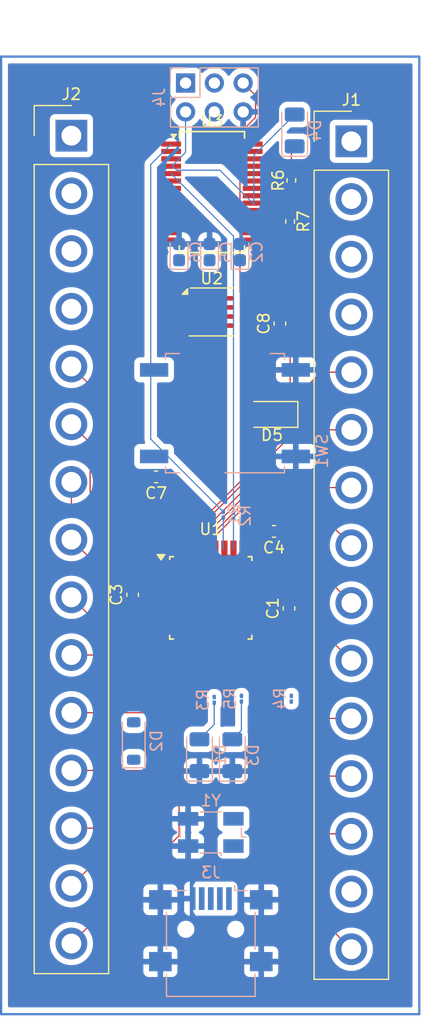
<source format=kicad_pcb>
(kicad_pcb (version 20240108) (generator "pcbnew") (generator_version "8.0")
  (layers (0 "F.Cu" signal) (31 "B.Cu" signal) (34 "B.Paste" user) (35 "F.Paste" user) (36 "B.SilkS" user "B.Silkscreen") (37 "F.SilkS" user "F.Silkscreen") (38 "B.Mask" user) (39 "F.Mask" user) (44 "Edge.Cuts" user))
  (net 0 "")
  (net 1 "Net-(D4-K)")
  (net 2 "Net-(U3-CBUS0)")
  (net 3 "Net-(U3-CBUS1)")
  (net 4 "Net-(D5-K)")
  (net 5 "Net-(U1-PD0)")
  (net 6 "/RX")
  (net 7 "Net-(U1-PD1)")
  (net 8 "/TX")
  (net 9 "Net-(D1-A)")
  (net 10 "/D13")
  (net 11 "VCC")
  (net 12 "/RESET")
  (net 13 "Net-(D3-A)")
  (net 14 "/VIN")
  (net 15 "GND")
  (net 28 "Net-(U3-~{RESET})")
  (net 29 "/3V3")
  (net 31 "/D-")
  (net 32 "/D+")
  (net 33 "/D9")
  (net 34 "/X1")
  (net 35 "/X2")
  (net 36 "/D3")
  (net 37 "/A0")
  (net 38 "/D11")
  (net 39 "/A2")
  (net 40 "/A1")
  (net 41 "/A3")
  (net 42 "/D4")
  (net 43 "/D10")
  (net 44 "/D2")
  (net 45 "Net-(U1-AREF)")
  (net 46 "/D6")
  (net 47 "/A4")
  (net 48 "/D12")
  (net 49 "/A5")
  (net 50 "/D8")
  (net 51 "/A7")
  (net 52 "/D7")
  (net 53 "/A6")
  (net 54 "/D5")
  (net 55 "/VUSB")
  (net 57 "unconnected-(J1-Pin_9-Pad9)")
  (net 58 "unconnected-(J1-Pin_8-Pad8)")
  (net 59 "unconnected-(J1-Pin_13-Pad13)")
  (net 60 "unconnected-(J1-Pin_11-Pad11)")
  (net 62 "unconnected-(J1-Pin_15-Pad15)")
  (net 65 "unconnected-(J1-Pin_10-Pad10)")
  (net 66 "unconnected-(J1-Pin_12-Pad12)")
  (net 68 "unconnected-(J1-Pin_6-Pad6)")
  (net 69 "unconnected-(J1-Pin_5-Pad5)")
  (net 71 "unconnected-(J1-Pin_7-Pad7)")
  (net 72 "unconnected-(J2-Pin_5-Pad5)")
  (net 73 "unconnected-(J2-Pin_9-Pad9)")
  (net 74 "unconnected-(J2-Pin_8-Pad8)")
  (net 75 "unconnected-(J2-Pin_6-Pad6)")
  (net 76 "unconnected-(J2-Pin_13-Pad13)")
  (net 77 "unconnected-(J2-Pin_11-Pad11)")
  (net 80 "unconnected-(J2-Pin_10-Pad10)")
  (net 82 "unconnected-(J2-Pin_7-Pad7)")
  (net 84 "unconnected-(J2-Pin_15-Pad15)")
  (net 85 "unconnected-(J2-Pin_14-Pad14)")
  (net 86 "unconnected-(J2-Pin_12-Pad12)")
  (footprint "Connector_Samtec_HPM_THT:Samtec_HPM-15-01-x-S_Straight_1x15_Pitch5.08mm" (layer "F.Cu") (at 100.7 61.56)
    (property "Reference" "J1" (at 0 -3.65 0) (layer "F.SilkS"))
    (property "Value" "Conn_01x15_Pin")
    (pad "1" thru_hole rect (at 0 0) (size 2.8 2.8) (drill 1.75) (layers "*.Cu" "*.Mask"))
    (pad "2" thru_hole circle (at 0 5.08) (size 2.8 2.8) (drill 1.75) (layers "*.Cu" "*.Mask"))
    (pad "3" thru_hole circle (at 0 10.16) (size 2.8 2.8) (drill 1.75) (layers "*.Cu" "*.Mask"))
    (pad "4" thru_hole circle (at 0 15.24) (size 2.8 2.8) (drill 1.75) (layers "*.Cu" "*.Mask"))
    (pad "5" thru_hole circle (at 0 20.32) (size 2.8 2.8) (drill 1.75) (layers "*.Cu" "*.Mask") (net 69 "unconnected-(J1-Pin_5-Pad5)"))
    (pad "6" thru_hole circle (at 0 25.4) (size 2.8 2.8) (drill 1.75) (layers "*.Cu" "*.Mask") (net 68 "unconnected-(J1-Pin_6-Pad6)"))
    (pad "7" thru_hole circle (at 0 30.48) (size 2.8 2.8) (drill 1.75) (layers "*.Cu" "*.Mask") (net 71 "unconnected-(J1-Pin_7-Pad7)"))
    (pad "8" thru_hole circle (at 0 35.56) (size 2.8 2.8) (drill 1.75) (layers "*.Cu" "*.Mask") (net 58 "unconnected-(J1-Pin_8-Pad8)"))
    (pad "9" thru_hole circle (at 0 40.64) (size 2.8 2.8) (drill 1.75) (layers "*.Cu" "*.Mask") (net 57 "unconnected-(J1-Pin_9-Pad9)"))
    (pad "10" thru_hole circle (at 0 45.72) (size 2.8 2.8) (drill 1.75) (layers "*.Cu" "*.Mask") (net 65 "unconnected-(J1-Pin_10-Pad10)"))
    (pad "11" thru_hole circle (at 0 50.8) (size 2.8 2.8) (drill 1.75) (layers "*.Cu" "*.Mask") (net 60 "unconnected-(J1-Pin_11-Pad11)"))
    (pad "12" thru_hole circle (at 0 55.88) (size 2.8 2.8) (drill 1.75) (layers "*.Cu" "*.Mask") (net 66 "unconnected-(J1-Pin_12-Pad12)"))
    (pad "13" thru_hole circle (at 0 60.96) (size 2.8 2.8) (drill 1.75) (layers "*.Cu" "*.Mask") (net 59 "unconnected-(J1-Pin_13-Pad13)"))
    (pad "14" thru_hole circle (at 0 66.04) (size 2.8 2.8) (drill 1.75) (layers "*.Cu" "*.Mask"))
    (pad "15" thru_hole circle (at 0 71.12) (size 2.8 2.8) (drill 1.75) (layers "*.Cu" "*.Mask") (net 62 "unconnected-(J1-Pin_15-Pad15)"))
  )
  (footprint "Capacitor_SMD:C_0603_1608Metric" (layer "F.Cu") (at 94.4 77.6 90)
    (property "Reference" "C8" (at 0 -1.43 90) (layer "F.SilkS"))
    (property "Value" "100nF")
    (pad "1" smd roundrect (at -0.775 0 90) (size 0.9 0.95) (layers "F.Cu" "F.Paste" "F.Mask") (net 12 "/RESET"))
    (pad "2" smd roundrect (at 0.775 0 90) (size 0.9 0.95) (layers "F.Cu" "F.Paste" "F.Mask") (net 28 "Net-(U3-~{RESET})"))
  )
  (footprint "Connector_Samtec_HPM_THT:Samtec_HPM-15-01-x-S_Straight_1x15_Pitch5.08mm" (layer "F.Cu") (at 76 61.06)
    (property "Reference" "J2" (at 0 -3.65 0) (layer "F.SilkS"))
    (property "Value" "Conn_01x15_Pin")
    (pad "1" thru_hole rect (at 0 0) (size 2.8 2.8) (drill 1.75) (layers "*.Cu" "*.Mask"))
    (pad "2" thru_hole circle (at 0 5.08) (size 2.8 2.8) (drill 1.75) (layers "*.Cu" "*.Mask"))
    (pad "3" thru_hole circle (at 0 10.16) (size 2.8 2.8) (drill 1.75) (layers "*.Cu" "*.Mask"))
    (pad "4" thru_hole circle (at 0 15.24) (size 2.8 2.8) (drill 1.75) (layers "*.Cu" "*.Mask"))
    (pad "5" thru_hole circle (at 0 20.32) (size 2.8 2.8) (drill 1.75) (layers "*.Cu" "*.Mask") (net 72 "unconnected-(J2-Pin_5-Pad5)"))
    (pad "6" thru_hole circle (at 0 25.4) (size 2.8 2.8) (drill 1.75) (layers "*.Cu" "*.Mask") (net 75 "unconnected-(J2-Pin_6-Pad6)"))
    (pad "7" thru_hole circle (at 0 30.48) (size 2.8 2.8) (drill 1.75) (layers "*.Cu" "*.Mask") (net 82 "unconnected-(J2-Pin_7-Pad7)"))
    (pad "8" thru_hole circle (at 0 35.56) (size 2.8 2.8) (drill 1.75) (layers "*.Cu" "*.Mask") (net 74 "unconnected-(J2-Pin_8-Pad8)"))
    (pad "9" thru_hole circle (at 0 40.64) (size 2.8 2.8) (drill 1.75) (layers "*.Cu" "*.Mask") (net 73 "unconnected-(J2-Pin_9-Pad9)"))
    (pad "10" thru_hole circle (at 0 45.72) (size 2.8 2.8) (drill 1.75) (layers "*.Cu" "*.Mask") (net 80 "unconnected-(J2-Pin_10-Pad10)"))
    (pad "11" thru_hole circle (at 0 50.8) (size 2.8 2.8) (drill 1.75) (layers "*.Cu" "*.Mask") (net 77 "unconnected-(J2-Pin_11-Pad11)"))
    (pad "12" thru_hole circle (at 0 55.88) (size 2.8 2.8) (drill 1.75) (layers "*.Cu" "*.Mask") (net 86 "unconnected-(J2-Pin_12-Pad12)"))
    (pad "13" thru_hole circle (at 0 60.96) (size 2.8 2.8) (drill 1.75) (layers "*.Cu" "*.Mask") (net 76 "unconnected-(J2-Pin_13-Pad13)"))
    (pad "14" thru_hole circle (at 0 66.04) (size 2.8 2.8) (drill 1.75) (layers "*.Cu" "*.Mask") (net 85 "unconnected-(J2-Pin_14-Pad14)"))
    (pad "15" thru_hole circle (at 0 71.12) (size 2.8 2.8) (drill 1.75) (layers "*.Cu" "*.Mask") (net 84 "unconnected-(J2-Pin_15-Pad15)"))
  )
  (footprint "Package_SO:SSOP-28_5.3x10.2mm_P0.65mm" (layer "F.Cu") (at 88.4 66.025)
    (property "Reference" "U3" (at 0 -6.25 0) (layer "F.SilkS"))
    (property "Value" "FT232RL")
    (pad "1" smd rect (at -3.6 -4.225) (size 1.75 0.45) (layers "F.Cu" "F.Paste" "F.Mask") (net 6 "/RX"))
    (pad "2" smd rect (at -3.6 -3.575) (size 1.75 0.45) (layers "F.Cu" "F.Paste" "F.Mask"))
    (pad "3" smd rect (at -3.6 -2.925) (size 1.75 0.45) (layers "F.Cu" "F.Paste" "F.Mask"))
    (pad "4" smd rect (at -3.6 -2.275) (size 1.75 0.45) (layers "F.Cu" "F.Paste" "F.Mask") (net 11 "VCC"))
    (pad "5" smd rect (at -3.6 -1.625) (size 1.75 0.45) (layers "F.Cu" "F.Paste" "F.Mask") (net 8 "/TX"))
    (pad "6" smd rect (at -3.6 -0.975) (size 1.75 0.45) (layers "F.Cu" "F.Paste" "F.Mask"))
    (pad "7" smd rect (at -3.6 -0.325) (size 1.75 0.45) (layers "F.Cu" "F.Paste" "F.Mask") (net 15 "GND"))
    (pad "8" smd rect (at -3.6 0.325) (size 1.75 0.45) (layers "F.Cu" "F.Paste" "F.Mask"))
    (pad "9" smd rect (at -3.6 0.975) (size 1.75 0.45) (layers "F.Cu" "F.Paste" "F.Mask"))
    (pad "10" smd rect (at -3.6 1.625) (size 1.75 0.45) (layers "F.Cu" "F.Paste" "F.Mask"))
    (pad "11" smd rect (at -3.6 2.275) (size 1.75 0.45) (layers "F.Cu" "F.Paste" "F.Mask"))
    (pad "12" smd rect (at -3.6 2.925) (size 1.75 0.45) (layers "F.Cu" "F.Paste" "F.Mask"))
    (pad "13" smd rect (at -3.6 3.575) (size 1.75 0.45) (layers "F.Cu" "F.Paste" "F.Mask"))
    (pad "14" smd rect (at -3.6 4.225) (size 1.75 0.45) (layers "F.Cu" "F.Paste" "F.Mask"))
    (pad "15" smd rect (at 3.6 4.225) (size 1.75 0.45) (layers "F.Cu" "F.Paste" "F.Mask") (net 32 "/D+"))
    (pad "16" smd rect (at 3.6 3.575) (size 1.75 0.45) (layers "F.Cu" "F.Paste" "F.Mask") (net 31 "/D-"))
    (pad "17" smd rect (at 3.6 2.925) (size 1.75 0.45) (layers "F.Cu" "F.Paste" "F.Mask") (net 29 "/3V3"))
    (pad "18" smd rect (at 3.6 2.275) (size 1.75 0.45) (layers "F.Cu" "F.Paste" "F.Mask") (net 15 "GND"))
    (pad "19" smd rect (at 3.6 1.625) (size 1.75 0.45) (layers "F.Cu" "F.Paste" "F.Mask") (net 28 "Net-(U3-~{RESET})"))
    (pad "20" smd rect (at 3.6 0.975) (size 1.75 0.45) (layers "F.Cu" "F.Paste" "F.Mask") (net 11 "VCC"))
    (pad "21" smd rect (at 3.6 0.325) (size 1.75 0.45) (layers "F.Cu" "F.Paste" "F.Mask") (net 15 "GND"))
    (pad "22" smd rect (at 3.6 -0.325) (size 1.75 0.45) (layers "F.Cu" "F.Paste" "F.Mask") (net 3 "Net-(U3-CBUS1)"))
    (pad "23" smd rect (at 3.6 -0.975) (size 1.75 0.45) (layers "F.Cu" "F.Paste" "F.Mask") (net 2 "Net-(U3-CBUS0)"))
    (pad "24" smd rect (at 3.6 -1.625) (size 1.75 0.45) (layers "F.Cu" "F.Paste" "F.Mask"))
    (pad "25" smd rect (at 3.6 -2.275) (size 1.75 0.45) (layers "F.Cu" "F.Paste" "F.Mask"))
    (pad "26" smd rect (at 3.6 -2.925) (size 1.75 0.45) (layers "F.Cu" "F.Paste" "F.Mask") (net 15 "GND"))
    (pad "27" smd rect (at 3.6 -3.575) (size 1.75 0.45) (layers "F.Cu" "F.Paste" "F.Mask"))
    (pad "28" smd rect (at 3.6 -4.225) (size 1.75 0.45) (layers "F.Cu" "F.Paste" "F.Mask"))
  )
  (footprint "Capacitor_SMD:C_0603_1608Metric" (layer "F.Cu") (at 81.4 101.475 90)
    (property "Reference" "C3" (at 0 -1.43 90) (layer "F.SilkS"))
    (property "Value" "100nF")
    (pad "1" smd roundrect (at -0.775 0 90) (size 0.9 0.95) (layers "F.Cu" "F.Paste" "F.Mask") (net 45 "Net-(U1-AREF)"))
    (pad "2" smd roundrect (at 0.775 0 90) (size 0.9 0.95) (layers "F.Cu" "F.Paste" "F.Mask") (net 15 "GND"))
  )
  (footprint "Package_QFP:TQFP-32_7x7mm_P0.8mm" (layer "F.Cu") (at 88.3 101.75)
    (property "Reference" "U1" (at 0 -6.05 0) (layer "F.SilkS"))
    (property "Value" "ATmega328-A")
    (pad "1" smd rect (at -4.25 -2.8) (size 1.6 0.55) (layers "F.Cu" "F.Paste" "F.Mask") (net 36 "/D3"))
    (pad "2" smd rect (at -4.25 -2) (size 1.6 0.55) (layers "F.Cu" "F.Paste" "F.Mask") (net 42 "/D4"))
    (pad "3" smd rect (at -4.25 -1.2) (size 1.6 0.55) (layers "F.Cu" "F.Paste" "F.Mask") (net 15 "GND"))
    (pad "4" smd rect (at -4.25 -0.4) (size 1.6 0.55) (layers "F.Cu" "F.Paste" "F.Mask") (net 11 "VCC"))
    (pad "5" smd rect (at -4.25 0.4) (size 1.6 0.55) (layers "F.Cu" "F.Paste" "F.Mask") (net 15 "GND"))
    (pad "6" smd rect (at -4.25 1.2) (size 1.6 0.55) (layers "F.Cu" "F.Paste" "F.Mask") (net 11 "VCC"))
    (pad "7" smd rect (at -4.25 2) (size 1.6 0.55) (layers "F.Cu" "F.Paste" "F.Mask") (net 35 "/X2"))
    (pad "8" smd rect (at -4.25 2.8) (size 1.6 0.55) (layers "F.Cu" "F.Paste" "F.Mask") (net 34 "/X1"))
    (pad "9" smd rect (at -2.8 4.25 90) (size 1.6 0.55) (layers "F.Cu" "F.Paste" "F.Mask") (net 54 "/D5"))
    (pad "10" smd rect (at -2 4.25 90) (size 1.6 0.55) (layers "F.Cu" "F.Paste" "F.Mask") (net 46 "/D6"))
    (pad "11" smd rect (at -1.2 4.25 90) (size 1.6 0.55) (layers "F.Cu" "F.Paste" "F.Mask") (net 52 "/D7"))
    (pad "12" smd rect (at -0.4 4.25 90) (size 1.6 0.55) (layers "F.Cu" "F.Paste" "F.Mask") (net 50 "/D8"))
    (pad "13" smd rect (at 0.4 4.25 90) (size 1.6 0.55) (layers "F.Cu" "F.Paste" "F.Mask") (net 33 "/D9"))
    (pad "14" smd rect (at 1.2 4.25 90) (size 1.6 0.55) (layers "F.Cu" "F.Paste" "F.Mask") (net 43 "/D10"))
    (pad "15" smd rect (at 2 4.25 90) (size 1.6 0.55) (layers "F.Cu" "F.Paste" "F.Mask") (net 38 "/D11"))
    (pad "16" smd rect (at 2.8 4.25 90) (size 1.6 0.55) (layers "F.Cu" "F.Paste" "F.Mask") (net 48 "/D12"))
    (pad "17" smd rect (at 4.25 2.8) (size 1.6 0.55) (layers "F.Cu" "F.Paste" "F.Mask") (net 10 "/D13"))
    (pad "18" smd rect (at 4.25 2) (size 1.6 0.55) (layers "F.Cu" "F.Paste" "F.Mask") (net 11 "VCC"))
    (pad "19" smd rect (at 4.25 1.2) (size 1.6 0.55) (layers "F.Cu" "F.Paste" "F.Mask") (net 53 "/A6"))
    (pad "20" smd rect (at 4.25 0.4) (size 1.6 0.55) (layers "F.Cu" "F.Paste" "F.Mask") (net 45 "Net-(U1-AREF)"))
    (pad "21" smd rect (at 4.25 -0.4) (size 1.6 0.55) (layers "F.Cu" "F.Paste" "F.Mask") (net 15 "GND"))
    (pad "22" smd rect (at 4.25 -1.2) (size 1.6 0.55) (layers "F.Cu" "F.Paste" "F.Mask") (net 51 "/A7"))
    (pad "23" smd rect (at 4.25 -2) (size 1.6 0.55) (layers "F.Cu" "F.Paste" "F.Mask") (net 37 "/A0"))
    (pad "24" smd rect (at 4.25 -2.8) (size 1.6 0.55) (layers "F.Cu" "F.Paste" "F.Mask") (net 40 "/A1"))
    (pad "25" smd rect (at 2.8 -4.25 90) (size 1.6 0.55) (layers "F.Cu" "F.Paste" "F.Mask") (net 39 "/A2"))
    (pad "26" smd rect (at 2 -4.25 90) (size 1.6 0.55) (layers "F.Cu" "F.Paste" "F.Mask") (net 41 "/A3"))
    (pad "27" smd rect (at 1.2 -4.25 90) (size 1.6 0.55) (layers "F.Cu" "F.Paste" "F.Mask") (net 47 "/A4"))
    (pad "28" smd rect (at 0.4 -4.25 90) (size 1.6 0.55) (layers "F.Cu" "F.Paste" "F.Mask") (net 49 "/A5"))
    (pad "29" smd rect (at -0.4 -4.25 90) (size 1.6 0.55) (layers "F.Cu" "F.Paste" "F.Mask") (net 12 "/RESET"))
    (pad "30" smd rect (at -1.2 -4.25 90) (size 1.6 0.55) (layers "F.Cu" "F.Paste" "F.Mask") (net 5 "Net-(U1-PD0)"))
    (pad "31" smd rect (at -2 -4.25 90) (size 1.6 0.55) (layers "F.Cu" "F.Paste" "F.Mask") (net 7 "Net-(U1-PD1)"))
    (pad "32" smd rect (at -2.8 -4.25 90) (size 1.6 0.55) (layers "F.Cu" "F.Paste" "F.Mask") (net 44 "/D2"))
  )
  (footprint "Capacitor_SMD:C_0603_1608Metric" (layer "F.Cu") (at 95.2 102.675 90)
    (property "Reference" "C1" (at 0 -1.43 90) (layer "F.SilkS"))
    (property "Value" "100nF")
    (pad "1" smd roundrect (at -0.775 0 90) (size 0.9 0.95) (layers "F.Cu" "F.Paste" "F.Mask") (net 11 "VCC"))
    (pad "2" smd roundrect (at 0.775 0 90) (size 0.9 0.95) (layers "F.Cu" "F.Paste" "F.Mask") (net 15 "GND"))
  )
  (footprint "Capacitor_SMD:C_0603_1608Metric" (layer "F.Cu") (at 93.875 95.9 180)
    (property "Reference" "C4" (at 0 -1.43 0) (layer "F.SilkS"))
    (property "Value" "100nF")
    (pad "1" smd roundrect (at -0.775 0 180) (size 0.9 0.95) (layers "F.Cu" "F.Paste" "F.Mask") (net 55 "/VUSB"))
    (pad "2" smd roundrect (at 0.775 0 180) (size 0.9 0.95) (layers "F.Cu" "F.Paste" "F.Mask") (net 15 "GND"))
  )
  (footprint "Capacitor_SMD:C_0603_1608Metric" (layer "F.Cu") (at 83.475 91.1 180)
    (property "Reference" "C7" (at 0 -1.43 0) (layer "F.SilkS"))
    (property "Value" "100nF")
    (pad "1" smd roundrect (at -0.775 0 180) (size 0.9 0.95) (layers "F.Cu" "F.Paste" "F.Mask") (net 29 "/3V3"))
    (pad "2" smd roundrect (at 0.775 0 180) (size 0.9 0.95) (layers "F.Cu" "F.Paste" "F.Mask") (net 15 "GND"))
  )
  (footprint "LED_SMD:LED_1206_3216Metric" (layer "F.Cu") (at 93.7 85.6 180)
    (property "Reference" "D5" (at 0 -1.82 0) (layer "F.SilkS"))
    (property "Value" "LED_Small")
    (pad "1" smd roundrect (at -1.4 0 180) (size 1.25 1.75) (layers "F.Cu" "F.Paste" "F.Mask") (roundrect_rratio 0.2) (net 4 "Net-(D5-K)"))
    (pad "2" smd roundrect (at 1.4 0 180) (size 1.25 1.75) (layers "F.Cu" "F.Paste" "F.Mask") (roundrect_rratio 0.2) (net 11 "VCC"))
  )
  (footprint "Resistor_SMD:R_0402_1005Metric" (layer "F.Cu") (at 95.3 68.61 -90)
    (property "Reference" "R7" (at 0 -1.17 90) (layer "F.SilkS"))
    (property "Value" "680E")
    (pad "1" smd roundrect (at -0.51 0 270) (size 0.54 0.64) (layers "F.Cu" "F.Paste" "F.Mask") (net 3 "Net-(U3-CBUS1)"))
    (pad "2" smd roundrect (at 0.51 0 270) (size 0.54 0.64) (layers "F.Cu" "F.Paste" "F.Mask") (net 4 "Net-(D5-K)"))
  )
  (footprint "Package_SON:WSON-8-1EP_4x4mm_P0.8mm_EP2.2x3mm" (layer "F.Cu") (at 88.385 76.58)
    (property "Reference" "U2" (at 0 -2.95 0) (layer "F.SilkS"))
    (property "Value" "LM1117LD-5.0")
    (pad "1" smd roundrect (at -1.65 -1.2) (size 0.65 0.4) (layers "F.Cu" "F.Paste" "F.Mask") (net 15 "GND"))
    (pad "2" smd roundrect (at -1.65 -0.4) (size 0.65 0.4) (layers "F.Cu" "F.Paste" "F.Mask") (net 14 "/VIN"))
    (pad "3" smd roundrect (at -1.65 0.4) (size 0.65 0.4) (layers "F.Cu" "F.Paste" "F.Mask") (net 14 "/VIN"))
    (pad "4" smd roundrect (at -1.65 1.2) (size 0.65 0.4) (layers "F.Cu" "F.Paste" "F.Mask") (net 14 "/VIN"))
    (pad "5" smd roundrect (at 1.65 1.2) (size 0.65 0.4) (layers "F.Cu" "F.Paste" "F.Mask") (net 11 "VCC"))
    (pad "6" smd roundrect (at 1.65 0.4) (size 0.65 0.4) (layers "F.Cu" "F.Paste" "F.Mask") (net 11 "VCC"))
    (pad "7" smd roundrect (at 1.65 -0.4) (size 0.65 0.4) (layers "F.Cu" "F.Paste" "F.Mask") (net 11 "VCC"))
    (pad "8" smd roundrect (at 1.65 -1.2) (size 0.65 0.4) (layers "F.Cu" "F.Paste" "F.Mask"))
    (pad "9" smd rect (at 0 0) (size 2.2 3) (property pad_prop_heatsink) (layers "F.Cu" "F.Mask") (net 11 "VCC"))
  )
  (footprint "Resistor_SMD:R_0402_1005Metric" (layer "F.Cu") (at 95.41 65 90)
    (property "Reference" "R6" (at 0 -1.17 90) (layer "F.SilkS"))
    (property "Value" "680E")
    (pad "1" smd roundrect (at -0.51 0 90) (size 0.54 0.64) (layers "F.Cu" "F.Paste" "F.Mask") (net 2 "Net-(U3-CBUS0)"))
    (pad "2" smd roundrect (at 0.51 0 90) (size 0.54 0.64) (layers "F.Cu" "F.Paste" "F.Mask") (net 1 "Net-(D4-K)"))
  )
  (footprint "Resistor_SMD:R_01005_0402Metric" (layer "B.Cu") (at 89.4 94.425 90)
    (property "Reference" "R1" (at 0 1 90) (layer "B.SilkS") (effects (justify mirror)))
    (property "Value" "1K")
    (pad "1" smd roundrect (at -0.25 0 90) (size 0.4 0.3) (layers "B.Cu" "B.Mask") (net 5 "Net-(U1-PD0)"))
    (pad "2" smd roundrect (at 0.25 0 90) (size 0.4 0.3) (layers "B.Cu" "B.Mask") (net 6 "/RX"))
  )
  (footprint "LED_SMD:LED_1206_3216Metric" (layer "B.Cu") (at 95.7 60.6 90)
    (property "Reference" "D4" (at 0 1.82 90) (layer "B.SilkS") (effects (justify mirror)))
    (property "Value" "LED_Small")
    (pad "1" smd roundrect (at -1.4 0 90) (size 1.25 1.75) (layers "B.Cu" "B.Paste" "B.Mask") (roundrect_rratio 0.2) (net 1 "Net-(D4-K)"))
    (pad "2" smd roundrect (at 1.4 0 90) (size 1.25 1.75) (layers "B.Cu" "B.Paste" "B.Mask") (roundrect_rratio 0.2) (net 11 "VCC"))
  )
  (footprint "Resistor_SMD:R_01005_0402Metric" (layer "B.Cu") (at 88.6 110.725 -90)
    (property "Reference" "R3" (at 0 1 90) (layer "B.SilkS") (effects (justify mirror)))
    (property "Value" "1K")
    (pad "1" smd roundrect (at -0.25 0 270) (size 0.4 0.3) (layers "B.Cu" "B.Mask") (net 10 "/D13"))
    (pad "2" smd roundrect (at 0.25 0 270) (size 0.4 0.3) (layers "B.Cu" "B.Mask") (net 9 "Net-(D1-A)"))
  )
  (footprint "Connector_PinHeader_2.54mm:PinHeader_2x03_P2.54mm_Vertical" (layer "B.Cu") (at 86.075 56.425 -90)
    (property "Reference" "J4" (at 1.27 2.33 90) (layer "B.SilkS") (effects (justify mirror)))
    (property "Value" "Conn_02x03_Odd_Even")
    (pad "1" thru_hole rect (at 0 0 270) (size 1.7 1.7) (drill 1) (layers "*.Cu" "*.Mask") (net 48 "/D12"))
    (pad "2" thru_hole oval (at 2.54 0 270) (size 1.7 1.7) (drill 1) (layers "*.Cu" "*.Mask") (net 11 "VCC"))
    (pad "3" thru_hole oval (at 0 -2.54 270) (size 1.7 1.7) (drill 1) (layers "*.Cu" "*.Mask") (net 10 "/D13"))
    (pad "4" thru_hole oval (at 2.54 -2.54 270) (size 1.7 1.7) (drill 1) (layers "*.Cu" "*.Mask") (net 38 "/D11"))
    (pad "5" thru_hole oval (at 0 -5.08 270) (size 1.7 1.7) (drill 1) (layers "*.Cu" "*.Mask") (net 12 "/RESET"))
    (pad "6" thru_hole oval (at 2.54 -5.08 270) (size 1.7 1.7) (drill 1) (layers "*.Cu" "*.Mask") (net 15 "GND"))
  )
  (footprint "Crystal:Crystal_SMD_Abracon_ABM3B-4Pin_5.0x3.2mm" (layer "B.Cu") (at 88.3 122.4 180)
    (property "Reference" "Y1" (at 0 2.8 0) (layer "B.SilkS") (effects (justify mirror)))
    (property "Value" "Crystal_GND23")
    (pad "1" smd rect (at -2 -1.2 180) (size 1.8 1.2) (layers "B.Cu" "B.Paste" "B.Mask") (net 35 "/X2"))
    (pad "2" smd rect (at 2 -1.2 180) (size 1.8 1.2) (layers "B.Cu" "B.Paste" "B.Mask") (net 15 "GND"))
    (pad "3" smd rect (at 2 1.2 180) (size 1.8 1.2) (layers "B.Cu" "B.Paste" "B.Mask") (net 15 "GND"))
    (pad "4" smd rect (at -2 1.2 180) (size 1.8 1.2) (layers "B.Cu" "B.Paste" "B.Mask") (net 34 "/X1"))
  )
  (footprint "LED_SMD:LED_1206_3216Metric" (layer "B.Cu") (at 87.3 115.6 90)
    (property "Reference" "D1" (at 0 1.82 90) (layer "B.SilkS") (effects (justify mirror)))
    (property "Value" "LED_Small" (hide yes))
    (pad "1" smd roundrect (at -1.4 0 90) (size 1.25 1.75) (layers "B.Cu" "B.Paste" "B.Mask") (roundrect_rratio 0.2) (net 15 "GND"))
    (pad "2" smd roundrect (at 1.4 0 90) (size 1.25 1.75) (layers "B.Cu" "B.Paste" "B.Mask") (roundrect_rratio 0.2) (net 9 "Net-(D1-A)"))
  )
  (footprint "Button_Switch_SMD:SW_MEC_5GSH9" (layer "B.Cu") (at 89.55 85.49 90)
    (property "Reference" "SW1" (at -3.325 8.575 90) (layer "B.SilkS") (effects (justify mirror)))
    (property "Value" "SW_Push_Dual")
    (pad "1" smd rect (at -3.81 6.25) (size 2.5 1.2) (layers "B.Cu" "B.Paste" "B.Mask") (net 15 "GND"))
    (pad "2" smd rect (at -3.81 -6.25) (size 2.5 1.2) (layers "B.Cu" "B.Paste" "B.Mask") (net 12 "/RESET"))
    (pad "3" smd rect (at 3.81 6.25) (size 2.5 1.2) (layers "B.Cu" "B.Paste" "B.Mask") (net 15 "GND"))
    (pad "4" smd rect (at 3.81 -6.25) (size 2.5 1.2) (layers "B.Cu" "B.Paste" "B.Mask") (net 12 "/RESET"))
  )
  (footprint "Resistor_SMD:R_01005_0402Metric" (layer "B.Cu") (at 95.4 110.625 -90)
    (property "Reference" "R4" (at 0 1 90) (layer "B.SilkS") (effects (justify mirror)))
    (property "Value" "1K")
    (pad "1" smd roundrect (at -0.25 0 270) (size 0.4 0.3) (layers "B.Cu" "B.Mask") (net 11 "VCC"))
    (pad "2" smd roundrect (at 0.25 0 270) (size 0.4 0.3) (layers "B.Cu" "B.Mask") (net 12 "/RESET"))
  )
  (footprint "Capacitor_Tantalum_SMD:CP_EIA-1608-08_AVX-J" (layer "B.Cu") (at 90.88 71.3125 90)
    (property "Reference" "C2" (at 0 1.48 90) (layer "B.SilkS") (effects (justify mirror)))
    (property "Value" "4.7u")
    (pad "1" smd roundrect (at -0.7125 0 90) (size 1.075 1.05) (layers "B.Cu" "B.Paste" "B.Mask") (roundrect_rratio 0.238095) (net 11 "VCC"))
    (pad "2" smd roundrect (at 0.7125 0 90) (size 1.075 1.05) (layers "B.Cu" "B.Paste" "B.Mask") (roundrect_rratio 0.238095) (net 15 "GND"))
  )
  (footprint "Connector_USB:USB_Mini-B_Lumberg_2486_01_Horizontal" (layer "B.Cu") (at 88.3 130.925 180)
    (property "Reference" "J3" (at 0 5 0) (layer "B.SilkS") (effects (justify mirror)))
    (property "Value" "USB_B_Mini")
    (pad "" np_thru_hole circle (at -2.2 0 180) (size 1 1) (drill 1) (layers "*.Cu" "*.Mask"))
    (pad "" np_thru_hole circle (at 2.2 0 180) (size 1 1) (drill 1) (layers "*.Cu" "*.Mask"))
    (pad "1" smd rect (at -1.6 2.7 180) (size 0.5 2) (layers "B.Cu" "B.Paste" "B.Mask") (net 55 "/VUSB"))
    (pad "2" smd rect (at -0.8 2.7 180) (size 0.5 2) (layers "B.Cu" "B.Paste" "B.Mask") (net 31 "/D-"))
    (pad "3" smd rect (at 0 2.7 180) (size 0.5 2) (layers "B.Cu" "B.Paste" "B.Mask") (net 32 "/D+"))
    (pad "4" smd rect (at 0.8 2.7 180) (size 0.5 2) (layers "B.Cu" "B.Paste" "B.Mask"))
    (pad "5" smd rect (at 1.6 2.7 180) (size 0.5 2) (layers "B.Cu" "B.Paste" "B.Mask") (net 15 "GND"))
    (pad "6" smd rect (at -4.45 -2.85 180) (size 2 1.7) (layers "B.Cu" "B.Paste" "B.Mask") (net 15 "GND"))
    (pad "6" smd rect (at -4.45 2.6 180) (size 2 1.7) (layers "B.Cu" "B.Paste" "B.Mask") (net 15 "GND"))
    (pad "6" smd rect (at 4.45 -2.85 180) (size 2 1.7) (layers "B.Cu" "B.Paste" "B.Mask") (net 15 "GND"))
    (pad "6" smd rect (at 4.45 2.6 180) (size 2 1.7) (layers "B.Cu" "B.Paste" "B.Mask") (net 15 "GND"))
  )
  (footprint "Resistor_SMD:R_01005_0402Metric" (layer "B.Cu") (at 90.3 94.525 90)
    (property "Reference" "R2" (at 0 1 90) (layer "B.SilkS") (effects (justify mirror)))
    (property "Value" "1K")
    (pad "1" smd roundrect (at -0.25 0 90) (size 0.4 0.3) (layers "B.Cu" "B.Mask") (net 7 "Net-(U1-PD1)"))
    (pad "2" smd roundrect (at 0.25 0 90) (size 0.4 0.3) (layers "B.Cu" "B.Mask") (net 8 "/TX"))
  )
  (footprint "Capacitor_Tantalum_SMD:CP_EIA-1608-08_AVX-J" (layer "B.Cu") (at 85.5 71.3125 90)
    (property "Reference" "C6" (at 0 1.48 90) (layer "B.SilkS") (effects (justify mirror)))
    (property "Value" "4.7u")
    (pad "1" smd roundrect (at -0.7125 0 90) (size 1.075 1.05) (layers "B.Cu" "B.Paste" "B.Mask") (roundrect_rratio 0.238095) (net 11 "VCC"))
    (pad "2" smd roundrect (at 0.7125 0 90) (size 1.075 1.05) (layers "B.Cu" "B.Paste" "B.Mask") (roundrect_rratio 0.238095) (net 15 "GND"))
  )
  (footprint "Diode_SMD:D_SOD-123" (layer "B.Cu") (at 81.5 114.35 90)
    (property "Reference" "D2" (at 0 2 90) (layer "B.SilkS") (effects (justify mirror)))
    (property "Value" "MBR0520LT")
    (pad "1" smd roundrect (at -1.65 0 90) (size 0.9 1.2) (layers "B.Cu" "B.Paste" "B.Mask") (net 11 "VCC"))
    (pad "2" smd roundrect (at 1.65 0 90) (size 0.9 1.2) (layers "B.Cu" "B.Paste" "B.Mask") (net 55 "/VUSB"))
  )
  (footprint "Capacitor_Tantalum_SMD:CP_EIA-1608-08_AVX-J" (layer "B.Cu") (at 88.19 71.3125 90)
    (property "Reference" "C5" (at 0 1.48 90) (layer "B.SilkS") (effects (justify mirror)))
    (property "Value" "4.7u")
    (pad "1" smd roundrect (at -0.7125 0 90) (size 1.075 1.05) (layers "B.Cu" "B.Paste" "B.Mask") (roundrect_rratio 0.238095) (net 55 "/VUSB"))
    (pad "2" smd roundrect (at 0.7125 0 90) (size 1.075 1.05) (layers "B.Cu" "B.Paste" "B.Mask") (roundrect_rratio 0.238095) (net 15 "GND"))
  )
  (footprint "LED_SMD:LED_1206_3216Metric" (layer "B.Cu") (at 90.2 115.6 90)
    (property "Reference" "D3" (at 0 1.82 90) (layer "B.SilkS") (effects (justify mirror)))
    (property "Value" "LED_Small")
    (pad "1" smd roundrect (at -1.4 0 90) (size 1.25 1.75) (layers "B.Cu" "B.Paste" "B.Mask") (roundrect_rratio 0.2) (net 15 "GND"))
    (pad "2" smd roundrect (at 1.4 0 90) (size 1.25 1.75) (layers "B.Cu" "B.Paste" "B.Mask") (roundrect_rratio 0.2) (net 13 "Net-(D3-A)"))
  )
  (footprint "Resistor_SMD:R_01005_0402Metric" (layer "B.Cu") (at 91 110.625 -90)
    (property "Reference" "R5" (at 0 1 90) (layer "B.SilkS") (effects (justify mirror)))
    (property "Value" "1K")
    (pad "1" smd roundrect (at -0.25 0 270) (size 0.4 0.3) (layers "B.Cu" "B.Mask") (net 11 "VCC"))
    (pad "2" smd roundrect (at 0.25 0 270) (size 0.4 0.3) (layers "B.Cu" "B.Mask") (net 13 "Net-(D3-A)"))
  )
  (gr_rect (start 69.8 54.1) (end 106.7 138.4) (stroke (width 0.2)) (fill none) (layer "B.Cu"))
  (segment (start 95.41 62.19) (end 95.6 62) (width 0.1) (layer "F.Cu") (net 1))
  (segment (start 95.41 64.49) (end 95.41 62.19) (width 0.1) (layer "F.Cu") (net 1))
  (segment (start 94.85 65.05) (end 95.31 65.51) (width 0.1) (layer "F.Cu") (net 2))
  (segment (start 94.85 65.05) (end 92 65.05) (width 0.1) (layer "F.Cu") (net 2))
  (segment (start 95.31 65.51) (end 95.41 65.51) (width 0.1) (layer "F.Cu") (net 2))
  (segment (start 95.3 68.1) (end 92.9 65.7) (width 0.1) (layer "F.Cu") (net 3))
  (segment (start 92.9 65.7) (end 92 65.7) (width 0.1) (layer "F.Cu") (net 3))
  (segment (start 95.3 85.4) (end 95.3 69.12) (width 0.1) (layer "F.Cu") (net 4))
  (segment (start 95.1 85.6) (end 95.3 85.4) (width 0.1) (layer "F.Cu") (net 4))
  (segment (start 89.4 94.675) (end 89.4 97.4) (width 0.1) (layer "B.Cu") (net 5))
  (segment (start 89.4 97.4) (end 89.5 97.5) (width 0.1) (layer "B.Cu") (net 5))
  (segment (start 83 63.6) (end 84.8 61.8) (width 0.1) (layer "B.Cu") (net 6))
  (segment (start 83 87.775) (end 83 63.6) (width 0.1) (layer "B.Cu") (net 6))
  (segment (start 89.4 94.175) (end 83 87.775) (width 0.1) (layer "B.Cu") (net 6))
  (segment (start 90.3 94.775) (end 90.3 97.5) (width 0.1) (layer "B.Cu") (net 7))
  (segment (start 90.3 94.275) (end 90.3 69.9) (width 0.1) (layer "B.Cu") (net 8))
  (segment (start 90.3 69.9) (end 84.8 64.4) (width 0.1) (layer "B.Cu") (net 8))
  (segment (start 88.6 112.9) (end 87.3 114.2) (width 0.1) (layer "B.Cu") (net 9))
  (segment (start 88.6 110.975) (end 88.6 112.9) (width 0.1) (layer "B.Cu") (net 9))
  (segment (start 95.2 103.45) (end 95.2 102.8) (width 0.1) (layer "F.Cu") (net 11))
  (segment (start 92.7 102.8) (end 92.6 102.9) (width 0.1) (layer "F.Cu") (net 11))
  (segment (start 95.2 102.8) (end 94.2 102.8) (width 0.1) (layer "F.Cu") (net 11))
  (segment (start 94.2 102.8) (end 92.7 102.8) (width 0.1) (layer "F.Cu") (net 11))
  (segment (start 95.7 59.2) (end 92.1 62.8) (width 0.1) (layer "B.Cu") (net 11))
  (segment (start 84.9 63.7) (end 86.075 62.525) (width 0.1) (layer "B.Cu") (net 11))
  (segment (start 85.3 64.1) (end 84.9 63.7) (width 0.1) (layer "B.Cu") (net 11))
  (segment (start 92.1 62.8) (end 92.1 67.1) (width 0.1) (layer "B.Cu") (net 11))
  (segment (start 89.1 64.1) (end 85.3 64.1) (width 0.1) (layer "B.Cu") (net 11))
  (segment (start 86.075 62.525) (end 86.075 58.965) (width 0.1) (layer "B.Cu") (net 11))
  (segment (start 92.1 67.1) (end 89.1 64.1) (width 0.1) (layer "B.Cu") (net 11))
  (segment (start 90.875 74.85) (end 90.875 60.825) (width 0.1) (layer "F.Cu") (net 12))
  (segment (start 92.255 59.445) (end 92.255 57.525) (width 0.1) (layer "F.Cu") (net 12))
  (segment (start 90.875 60.825) (end 92.255 59.445) (width 0.1) (layer "F.Cu") (net 12))
  (segment (start 94.4 78.375) (end 90.875 74.85) (width 0.1) (layer "F.Cu") (net 12))
  (segment (start 92.255 57.525) (end 91.155 56.425) (width 0.1) (layer "F.Cu") (net 12))
  (segment (start 91 110.875) (end 91 113.4) (width 0.1) (layer "B.Cu") (net 13))
  (segment (start 91 113.4) (end 90.2 114.2) (width 0.1) (layer "B.Cu") (net 13))
  (segment (start 95.2 101.9) (end 92.8 101.9) (width 0.1) (layer "F.Cu") (net 15))
  (segment (start 92.8 101.9) (end 92.5 102.2) (width 0.1) (layer "F.Cu") (net 15))
  (segment (start 94.4 76.825) (end 94.4 69.075) (width 0.1) (layer "F.Cu") (net 28))
  (segment (start 92.975 67.65) (end 92 67.65) (width 0.1) (layer "F.Cu") (net 28))
  (segment (start 94.4 69.075) (end 92.975 67.65) (width 0.1) (layer "F.Cu") (net 28))
  (segment (start 91.117677 93.458059) (end 91.087868 93.487868) (width 0.1) (layer "F.Cu") (net 57))
  (segment (start 91.087868 93.487868) (end 87.787868 96.787868) (width 0.1) (layer "F.Cu") (net 57))
  (segment (start 97.1 98.6) (end 97.1 93) (width 0.1) (layer "F.Cu") (net 57))
  (segment (start 87.1 97.475736) (end 87.1 97.5) (width 0.1) (layer "F.Cu") (net 57))
  (segment (start 97.1 93) (end 91.475736 93) (width 0.1) (layer "F.Cu") (net 57))
  (segment (start 91.475736 93) (end 91.237868 93.237868) (width 0.1) (layer "F.Cu") (net 57))
  (segment (start 91.237868 93.237868) (end 91.237868 93.337868) (width 0.1) (layer "F.Cu") (net 57))
  (segment (start 91.237868 93.337868) (end 91.087868 93.487868) (width 0.1) (layer "F.Cu") (net 57))
  (segment (start 87.787868 96.787868) (end 87.1 97.475736) (width 0.1) (layer "F.Cu") (net 57))
  (segment (start 100.7 102.2) (end 97.1 98.6) (width 0.1) (layer "F.Cu") (net 57))
  (segment (start 86.8 97.5) (end 86.4 97.5) (width 0.1) (layer "F.Cu") (net 58))
  (segment (start 91.351472 92.7) (end 86.8 97.251472) (width 0.1) (layer "F.Cu") (net 58))
  (segment (start 86.8 97.251472) (end 86.8 97.5) (width 0.1) (layer "F.Cu") (net 58))
  (segment (start 97.4 93.82) (end 97.4 92.875736) (width 0.1) (layer "F.Cu") (net 58))
  (segment (start 100.7 97.12) (end 97.4 93.82) (width 0.1) (layer "F.Cu") (net 58))
  (segment (start 97.224264 92.7) (end 91.351472 92.7) (width 0.1) (layer "F.Cu") (net 58))
  (segment (start 97.4 92.875736) (end 97.224264 92.7) (width 0.1) (layer "F.Cu") (net 58))
  (segment (start 91.412132 105.43934) (end 91.412132 107.987868) (width 0.1) (layer "F.Cu") (net 59))
  (segment (start 89.272792 103.3) (end 91.412132 105.43934) (width 0.1) (layer "F.Cu") (net 59))
  (segment (start 91.412132 107.987868) (end 92.5 109.075736) (width 0.1) (layer "F.Cu") (net 59))
  (segment (start 83.052132 102.247868) (end 83.2 102.1) (width 0.1) (layer "F.Cu") (net 59))
  (segment (start 84.9 103.3) (end 89.272792 103.3) (width 0.1) (layer "F.Cu") (net 59))
  (segment (start 83.104264 103.3) (end 83.052132 103.247868) (width 0.1) (layer "F.Cu") (net 59))
  (segment (start 92.5 109.075736) (end 92.5 122.3) (width 0.1) (layer "F.Cu") (net 59))
  (segment (start 92.72 122.52) (end 100.7 122.52) (width 0.1) (layer "F.Cu") (net 59))
  (segment (start 83.3 102.2) (end 84 102.2) (width 0.1) (layer "F.Cu") (net 59))
  (segment (start 83.2 102.1) (end 83.3 102.2) (width 0.1) (layer "F.Cu") (net 59))
  (segment (start 83.052132 103.247868) (end 83.052132 102.247868) (width 0.1) (layer "F.Cu") (net 59))
  (segment (start 92.5 122.3) (end 92.72 122.52) (width 0.1) (layer "F.Cu") (net 59))
  (segment (start 84.9 103.3) (end 83.104264 103.3) (width 0.1) (layer "F.Cu") (net 59))
  (segment (start 85.5 100.975736) (end 84.824264 100.3) (width 0.1) (layer "F.Cu") (net 60))
  (segment (start 84.075736 101) (end 84.6 101) (width 0.1) (layer "F.Cu") (net 60))
  (segment (start 89.52132 102.7) (end 85.5 102.7) (width 0.1) (layer "F.Cu") (net 60))
  (segment (start 84.824264 100.3) (end 83.975736 100.3) (width 0.1) (layer "F.Cu") (net 60))
  (segment (start 89.61066 102.78934) (end 89.52132 102.7) (width 0.1) (layer "F.Cu") (net 60))
  (segment (start 84.9 101.3) (end 84.9 103) (width 0.1) (layer "F.Cu") (net 60))
  (segment (start 92.186396 107.913604) (end 92.186396 105.365076) (width 0.1) (layer "F.Cu") (net 60))
  (segment (start 83.8 100.724264) (end 84.075736 101) (width 0.1) (layer "F.Cu") (net 60))
  (segment (start 92.186396 105.365076) (end 89.61066 102.78934) (width 0.1) (layer "F.Cu") (net 60))
  (segment (start 83.975736 100.3) (end 83.8 100.475736) (width 0.1) (layer "F.Cu") (net 60))
  (segment (start 93.15 108.877208) (end 92.186396 107.913604) (width 0.1) (layer "F.Cu") (net 60))
  (segment (start 93.15 112.25) (end 93.1 112.2) (width 0.1) (layer "F.Cu") (net 60))
  (segment (start 83.8 100.475736) (end 83.8 100.724264) (width 0.1) (layer "F.Cu") (net 60))
  (segment (start 93.26 112.36) (end 93.15 112.25) (width 0.1) (layer "F.Cu") (net 60))
  (segment (start 93.15 112.25) (end 93.15 108.877208) (width 0.1) (layer "F.Cu") (net 60))
  (segment (start 85.5 102.7) (end 85.5 100.975736) (width 0.1) (layer "F.Cu") (net 60))
  (segment (start 84.6 101) (end 84.9 101.3) (width 0.1) (layer "F.Cu") (net 60))
  (segment (start 100.7 112.36) (end 93.26 112.36) (width 0.1) (layer "F.Cu") (net 60))
  (segment (start 84.9 103) (end 84.1 103) (width 0.1) (layer "F.Cu") (net 60))
  (segment (start 92.2 124.18) (end 92.2 109.2) (width 0.1) (layer "F.Cu") (net 62))
  (segment (start 100.7 132.68) (end 92.2 124.18) (width 0.1) (layer "F.Cu") (net 62))
  (segment (start 89.9 105.2) (end 88.9 104.2) (width 0.1) (layer "F.Cu") (net 62))
  (segment (start 84.4 104.2) (end 84 104.6) (width 0.1) (layer "F.Cu") (net 62))
  (segment (start 89.9 106.9) (end 89.9 105.2) (width 0.1) (layer "F.Cu") (net 62))
  (segment (start 88.9 104.2) (end 84.4 104.2) (width 0.1) (layer "F.Cu") (net 62))
  (segment (start 92.2 109.2) (end 89.9 106.9) (width 0.1) (layer "F.Cu") (net 62))
  (segment (start 91.6 93.4) (end 91.6 93.3) (width 0.1) (layer "F.Cu") (net 65))
  (segment (start 91.6 93.3) (end 96.5 93.3) (width 0.1) (layer "F.Cu") (net 65))
  (segment (start 96.7 93.5) (end 96.7 103.28) (width 0.1) (layer "F.Cu") (net 65))
  (segment (start 96.5 93.3) (end 96.7 93.5) (width 0.1) (layer "F.Cu") (net 65))
  (segment (start 96.7 103.28) (end 100.7 107.28) (width 0.1) (layer "F.Cu") (net 65))
  (segment (start 87.9 97.5) (end 87.9 97.1) (width 0.1) (layer "F.Cu") (net 65))
  (segment (start 87.9 97.1) (end 91.6 93.4) (width 0.1) (layer "F.Cu") (net 65))
  (segment (start 84.1 100.6) (end 84.5 100.6) (width 0.1) (layer "F.Cu") (net 66))
  (segment (start 92.8 108.951472) (end 92.8 116.8) (width 0.1) (layer "F.Cu") (net 66))
  (segment (start 85.2 101.1) (end 85.2 103) (width 0.1) (layer "F.Cu") (net 66))
  (segment (start 91.874264 105.477208) (end 91.874264 108.025736) (width 0.1) (layer "F.Cu") (net 66))
  (segment (start 89.397056 103) (end 91.874264 105.477208) (width 0.1) (layer "F.Cu") (net 66))
  (segment (start 93.44 117.44) (end 100.7 117.44) (width 0.1) (layer "F.Cu") (net 66))
  (segment (start 85.2 103) (end 89.397056 103) (width 0.1) (layer "F.Cu") (net 66))
  (segment (start 84.5 100.6) (end 84.6 100.7) (width 0.1) (layer "F.Cu") (net 66))
  (segment (start 92.8 116.8) (end 93.44 117.44) (width 0.1) (layer "F.Cu") (net 66))
  (segment (start 91.874264 108.025736) (end 92.8 108.951472) (width 0.1) (layer "F.Cu") (net 66))
  (segment (start 84.6 100.7) (end 84.8 100.7) (width 0.1) (layer "F.Cu") (net 66))
  (segment (start 84.8 100.7) (end 85.2 101.1) (width 0.1) (layer "F.Cu") (net 66))
  (segment (start 95.878298 86.96) (end 100.7 86.96) (width 0.1) (layer "F.Cu") (net 68))
  (segment (start 85.951472 95.8) (end 87.038298 95.8) (width 0.1) (layer "F.Cu") (net 68))
  (segment (start 87.038298 95.8) (end 95.878298 86.96) (width 0.1) (layer "F.Cu") (net 68))
  (segment (start 96 83.9) (end 96 86.414034) (width 0.1) (layer "F.Cu") (net 69))
  (segment (start 98.02 81.88) (end 96 83.9) (width 0.1) (layer "F.Cu") (net 69))
  (segment (start 100.7 81.88) (end 98.02 81.88) (width 0.1) (layer "F.Cu") (net 69))
  (segment (start 86.914034 95.5) (end 85.827208 95.5) (width 0.1) (layer "F.Cu") (net 69))
  (segment (start 96 86.414034) (end 86.914034 95.5) (width 0.1) (layer "F.Cu") (net 69))
  (segment (start 86 97.6) (end 85.6 97.6) (width 0.1) (layer "F.Cu") (net 71))
  (segment (start 85.6 97.6) (end 85.5 97.5) (width 0.1) (layer "F.Cu") (net 71))
  (segment (start 91.435736 92.04) (end 86.1 97.375736) (width 0.1) (layer "F.Cu") (net 71))
  (segment (start 86.1 97.375736) (end 86.1 97.5) (width 0.1) (layer "F.Cu") (net 71))
  (segment (start 100.7 92.04) (end 91.435736 92.04) (width 0.1) (layer "F.Cu") (net 71))
  (segment (start 86.1 97.5) (end 86 97.6) (width 0.1) (layer "F.Cu") (net 71))
  (segment (start 91 97.6) (end 91.1 97.5) (width 0.1) (layer "F.Cu") (net 72))
  (segment (start 77.95 83.33) (end 77.95 94.725736) (width 0.1) (layer "F.Cu") (net 72))
  (segment (start 83 98.5) (end 84.6 98.5) (width 0.1) (layer "F.Cu") (net 72))
  (segment (start 91 99) (end 91 97.6) (width 0.1) (layer "F.Cu") (net 72))
  (segment (start 77.95 94.725736) (end 82.2 98.975736) (width 0.1) (layer "F.Cu") (net 72))
  (segment (start 82.875736 98.5) (end 83.1 98.5) (width 0.1) (layer "F.Cu") (net 72))
  (segment (start 82.2 98.975736) (end 82.2 99.175736) (width 0.1) (layer "F.Cu") (net 72))
  (segment (start 83.1 98.5) (end 83.2 98.5) (width 0.1) (layer "F.Cu") (net 72))
  (segment (start 84.6 98.5) (end 85.1 99) (width 0.1) (layer "F.Cu") (net 72))
  (segment (start 83.1 98.5) (end 83 98.5) (width 0.1) (layer "F.Cu") (net 72))
  (segment (start 85.1 99) (end 91 99) (width 0.1) (layer "F.Cu") (net 72))
  (segment (start 82.2 99.175736) (end 82.875736 98.5) (width 0.1) (layer "F.Cu") (net 72))
  (segment (start 76 81.38) (end 77.95 83.33) (width 0.1) (layer "F.Cu") (net 72))
  (segment (start 83.2 104.2) (end 83.5 103.9) (width 0.1) (layer "F.Cu") (net 73))
  (segment (start 90.4 105.275736) (end 90.4 106.1) (width 0.1) (layer "F.Cu") (net 73))
  (segment (start 80.8 104.6) (end 82.7 104.6) (width 0.1) (layer "F.Cu") (net 73))
  (segment (start 78.9 104.6) (end 80.8 104.6) (width 0.1) (layer "F.Cu") (net 73))
  (segment (start 82.7 104.6) (end 83.1 104.2) (width 0.1) (layer "F.Cu") (net 73))
  (segment (start 83.5 103.9) (end 89.024264 103.9) (width 0.1) (layer "F.Cu") (net 73))
  (segment (start 83.1 104.2) (end 83.2 104.2) (width 0.1) (layer "F.Cu") (net 73))
  (segment (start 89.024264 103.9) (end 90.4 105.275736) (width 0.1) (layer "F.Cu") (net 73))
  (segment (start 76 101.7) (end 78.9 104.6) (width 0.1) (layer "F.Cu") (net 73))
  (segment (start 76 96.62) (end 82.98 103.6) (width 0.1) (layer "F.Cu") (net 74))
  (segment (start 84.8 103.6) (end 89.148528 103.6) (width 0.1) (layer "F.Cu") (net 74))
  (segment (start 89.148528 103.6) (end 91.1 105.551472) (width 0.1) (layer "F.Cu") (net 74))
  (segment (start 82.98 103.6) (end 84.8 103.6) (width 0.1) (layer "F.Cu") (net 74))
  (segment (start 91.1 105.551472) (end 91.1 106) (width 0.1) (layer "F.Cu") (net 74))
  (segment (start 77.612132 95.087868) (end 77.65 95.05) (width 0.1) (layer "F.Cu") (net 75))
  (segment (start 82.2 99.6) (end 77.687868 95.087868) (width 0.1) (layer "F.Cu") (net 75))
  (segment (start 91.7 99.7) (end 92.4 99) (width 0.1) (layer "F.Cu") (net 75))
  (segment (start 85.8 99.7) (end 91.7 99.7) (width 0.1) (layer "F.Cu") (net 75))
  (segment (start 85.55 99.45) (end 85.8 99.7) (width 0.1) (layer "F.Cu") (net 75))
  (segment (start 82.35 99.45) (end 85.55 99.45) (width 0.1) (layer "F.Cu") (net 75))
  (segment (start 77.687868 95.087868) (end 77.612132 95.087868) (width 0.1) (layer "F.Cu") (net 75))
  (segment (start 82.35 99.45) (end 82.2 99.6) (width 0.1) (layer "F.Cu") (net 75))
  (segment (start 92.4 99) (end 92.5 99) (width 0.1) (layer "F.Cu") (net 75))
  (segment (start 77.65 95.05) (end 77.65 88.11) (width 0.1) (layer "F.Cu") (net 75))
  (segment (start 77.65 88.11) (end 76 86.46) (width 0.1) (layer "F.Cu") (net 75))
  (segment (start 83 119.4) (end 84.9 117.5) (width 0.1) (layer "F.Cu") (net 76))
  (segment (start 86.4 105.4) (end 87.1 106.1) (width 0.1) (layer "F.Cu") (net 76))
  (segment (start 85.175736 105.4) (end 86.4 105.4) (width 0.1) (layer "F.Cu") (net 76))
  (segment (start 84.9 105.675736) (end 85.175736 105.4) (width 0.1) (layer "F.Cu") (net 76))
  (segment (start 84.9 117.5) (end 84.9 107.4) (width 0.1) (layer "F.Cu") (net 76))
  (segment (start 76 122.02) (end 80.38 122.02) (width 0.1) (layer "F.Cu") (net 76))
  (segment (start 84.9 107.4) (end 84.9 105.675736) (width 0.1) (layer "F.Cu") (net 76))
  (segment (start 80.38 122.02) (end 83 119.4) (width 0.1) (layer "F.Cu") (net 76))
  (segment (start 84.16 111.86) (end 84.3 112) (width 0.1) (layer "F.Cu") (net 77))
  (segment (start 87.6 104.8) (end 88.7 105.9) (width 0.1) (layer "F.Cu") (net 77))
  (segment (start 84.3 112) (end 84.3 105.175736) (width 0.1) (layer "F.Cu") (net 77))
  (segment (start 76 111.86) (end 84.16 111.86) (width 0.1) (layer "F.Cu") (net 77))
  (segment (start 84.675736 104.8) (end 87.6 104.8) (width 0.1) (layer "F.Cu") (net 77))
  (segment (start 84.3 105.175736) (end 84.675736 104.8) (width 0.1) (layer "F.Cu") (net 77))
  (segment (start 84.551472 104.5) (end 87.9 104.5) (width 0.1) (layer "F.Cu") (net 80))
  (segment (start 84 106.6) (end 84 105.051472) (width 0.1) (layer "F.Cu") (net 80))
  (segment (start 87.9 104.5) (end 89.4 106) (width 0.1) (layer "F.Cu") (net 80))
  (segment (start 76 106.78) (end 83.82 106.78) (width 0.1) (layer "F.Cu") (net 80))
  (segment (start 83.82 106.78) (end 84 106.6) (width 0.1) (layer "F.Cu") (net 80))
  (segment (start 84 105.051472) (end 84.551472 104.5) (width 0.1) (layer "F.Cu") (net 80))
  (segment (start 83.851472 100) (end 85.4 100) (width 0.1) (layer "F.Cu") (net 82))
  (segment (start 81.8 99.7) (end 81.8 99.947014) (width 0.1) (layer "F.Cu") (net 82))
  (segment (start 85.4 100) (end 85.5 100.1) (width 0.1) (layer "F.Cu") (net 82))
  (segment (start 92.1 100.1) (end 92.5 99.7) (width 0.1) (layer "F.Cu") (net 82))
  (segment (start 85.5 100.1) (end 92.1 100.1) (width 0.1) (layer "F.Cu") (net 82))
  (segment (start 82.125 100.272014) (end 83.579458 100.272014) (width 0.1) (layer "F.Cu") (net 82))
  (segment (start 83.579458 100.272014) (end 83.675736 100.175736) (width 0.1) (layer "F.Cu") (net 82))
  (segment (start 76 93.9) (end 81.7 99.6) (width 0.1) (layer "F.Cu") (net 82))
  (segment (start 76 91.54) (end 76 93.9) (width 0.1) (layer "F.Cu") (net 82))
  (segment (start 83.675736 100.175736) (end 83.851472 100) (width 0.1) (layer "F.Cu") (net 82))
  (segment (start 81.8 99.947014) (end 82.125 100.272014) (width 0.1) (layer "F.Cu") (net 82))
  (segment (start 81.7 99.6) (end 81.8 99.7) (width 0.1) (layer "F.Cu") (net 82))
  (segment (start 76 132.18) (end 85.5 122.68) (width 0.1) (layer "F.Cu") (net 84))
  (segment (start 85.5 122.68) (end 85.5 106) (width 0.1) (layer "F.Cu") (net 84))
  (segment (start 85.2 117.9) (end 85.2 105.8) (width 0.1) (layer "F.Cu") (net 85))
  (segment (start 85.2 105.8) (end 85.3 105.7) (width 0.1) (layer "F.Cu") (net 85))
  (segment (start 85.3 105.7) (end 85.7 105.7) (width 0.1) (layer "F.Cu") (net 85))
  (segment (start 76 127.1) (end 85.2 117.9) (width 0.1) (layer "F.Cu") (net 85))
  (segment (start 85.7 105.7) (end 86.3 106.3) (width 0.1) (layer "F.Cu") (net 85))
  (segment (start 76 116.94) (end 84.26 116.94) (width 0.1) (layer "F.Cu") (net 86))
  (segment (start 86.9 105.1) (end 87.9 106.1) (width 0.1) (layer "F.Cu") (net 86))
  (segment (start 84.26 116.94) (end 84.6 116.6) (width 0.1) (layer "F.Cu") (net 86))
  (segment (start 84.6 116.6) (end 84.6 105.3) (width 0.1) (layer "F.Cu") (net 86))
  (segment (start 84.8 105.1) (end 86.9 105.1) (width 0.1) (layer "F.Cu") (net 86))
  (segment (start 84.6 105.3) (end 84.8 105.1) (width 0.1) (layer "F.Cu") (net 86))
  (zone (net 15) (net_name "GND") (layer "B.Cu") (connect_pads (clearance 0.5)) (min_thickness 0.25) (fill yes (thermal_gap 0.5) (thermal_bridge_width 0.5))
    (polygon (pts (xy 106.7 54.1) (xy 106.7 138.4) (xy 69.8 138.4) (xy 69.8 54.1)))
  )
)
</source>
